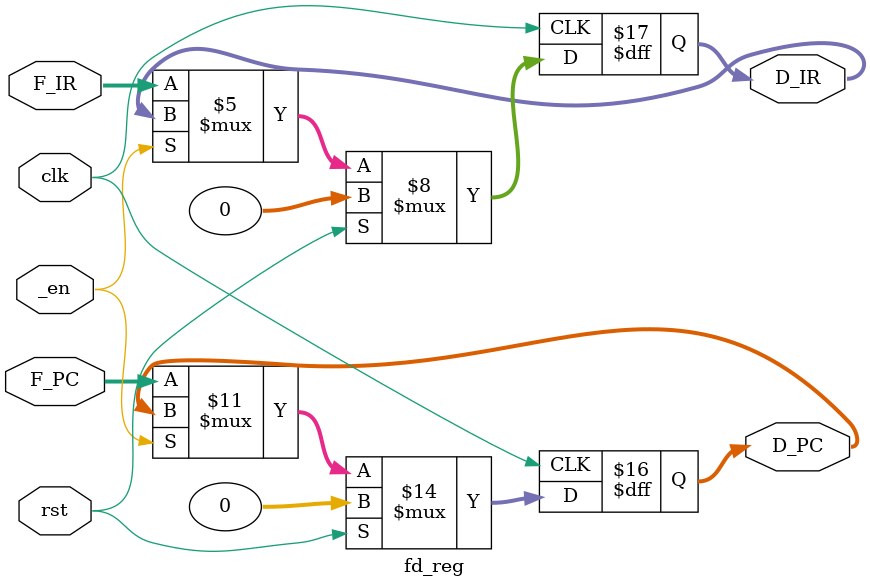
<source format=v>
`timescale 1ns / 1ps
module fd_reg(
    input clk,
    input rst,
    input _en,
    input [31:0] F_PC,
    input [31:0] F_IR,
    output reg [31:0] D_PC,
    output reg [31:0] D_IR
    );

    always @(posedge clk ) begin
        if(rst == 1) begin
            D_PC <= 32'b0;
            D_IR <= 32'b0;
        end
        else if(_en == 1) begin
            D_PC <= D_PC;
            D_IR <= D_IR;
        end
        else begin
            D_PC <= F_PC;
            D_IR <= F_IR;
        end
    end

endmodule

</source>
